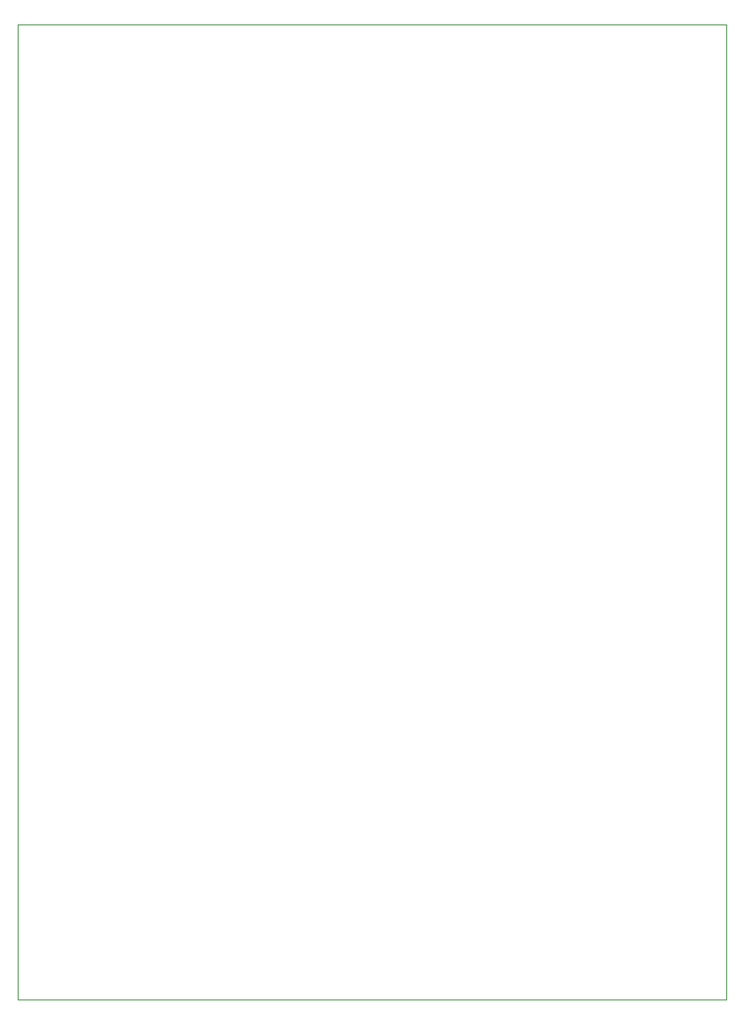
<source format=gbr>
G04 #@! TF.GenerationSoftware,KiCad,Pcbnew,(5.1.5)-2*
G04 #@! TF.CreationDate,2020-04-04T15:42:32+11:00*
G04 #@! TF.ProjectId,M68K-Nucleo,4d36384b-2d4e-4756-936c-656f2e6b6963,rev?*
G04 #@! TF.SameCoordinates,Original*
G04 #@! TF.FileFunction,Profile,NP*
%FSLAX46Y46*%
G04 Gerber Fmt 4.6, Leading zero omitted, Abs format (unit mm)*
G04 Created by KiCad (PCBNEW (5.1.5)-2) date 2020-04-04 15:42:32*
%MOMM*%
%LPD*%
G04 APERTURE LIST*
%ADD10C,0.050000*%
G04 APERTURE END LIST*
D10*
X170180000Y-156845000D02*
X170180000Y-59055000D01*
X99060000Y-156845000D02*
X170180000Y-156845000D01*
X99060000Y-59055000D02*
X99060000Y-156845000D01*
X170180000Y-59055000D02*
X99060000Y-59055000D01*
M02*

</source>
